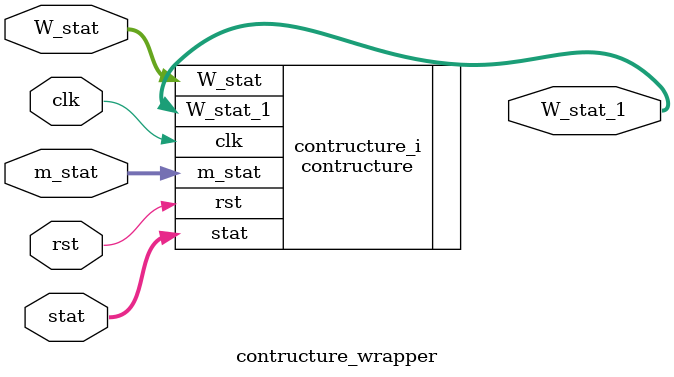
<source format=v>
`timescale 1 ps / 1 ps

module contructure_wrapper
   (W_stat,
    W_stat_1,
    clk,
    m_stat,
    rst,
    stat);
  input [2:0]W_stat;
  output [2:0]W_stat_1;
  input clk;
  input [2:0]m_stat;
  input rst;
  input [2:0]stat;

  wire [2:0]W_stat;
  wire [2:0]W_stat_1;
  wire clk;
  wire [2:0]m_stat;
  wire rst;
  wire [2:0]stat;

  contructure contructure_i
       (.W_stat(W_stat),
        .W_stat_1(W_stat_1),
        .clk(clk),
        .m_stat(m_stat),
        .rst(rst),
        .stat(stat));
endmodule

</source>
